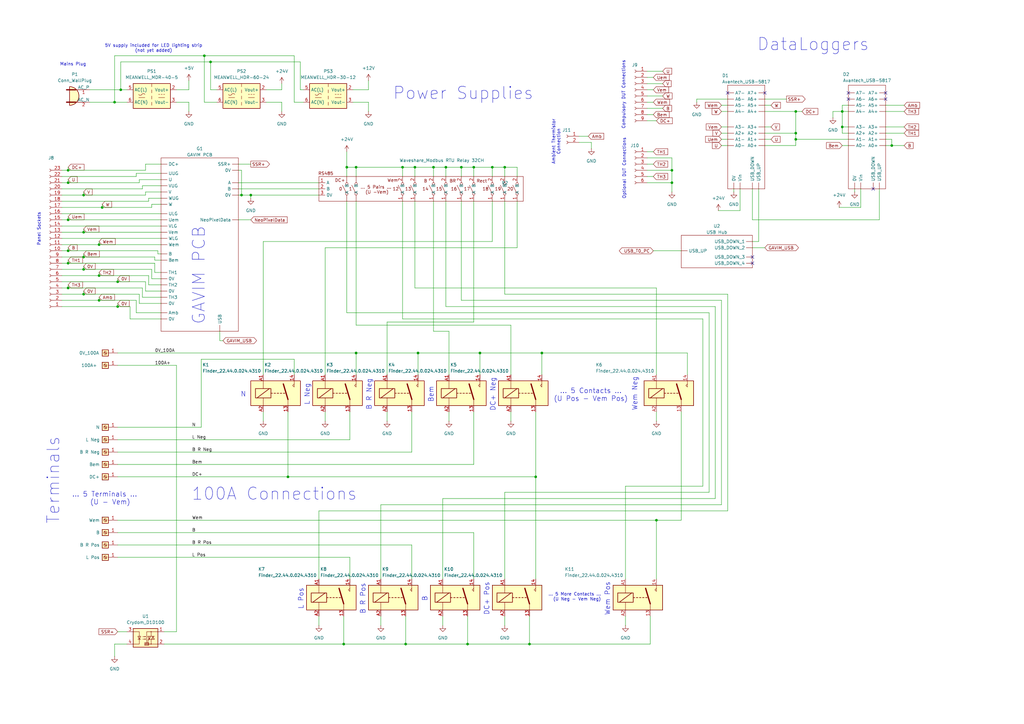
<source format=kicad_sch>
(kicad_sch (version 20231120) (generator "eeschema") (generator_version "8.0")
  (paper "A3")
  (title_block (title "GAVIM Panel ") (date "2024-09-20") (rev "00.00") (company "Nidec Drives"))
  (junction (at 40.64 100.33))
  (junction (at 83.82 22.86))
  (junction (at 217.17 264.16))
  (junction (at 222.25 144.78))
  (junction (at 177.8 68.58))
  (junction (at 49.53 36.83))
  (junction (at 326.39 57.15))
  (junction (at 27.94 74.93))
  (junction (at 48.26 115.57))
  (junction (at 201.93 68.58))
  (junction (at 34.29 105.41))
  (junction (at 34.29 120.65))
  (junction (at 170.18 68.58))
  (junction (at 275.59 69.85))
  (junction (at 27.94 69.85))
  (junction (at 86.36 25.4))
  (junction (at 345.44 52.07))
  (junction (at 146.05 144.78))
  (junction (at 41.91 85.09))
  (junction (at 34.29 110.49))
  (junction (at 140.97 264.16))
  (junction (at 34.29 80.01))
  (junction (at 40.64 123.19))
  (junction (at 142.24 68.58))
  (junction (at 189.23 68.58))
  (junction (at 46.99 41.91))
  (junction (at 165.1 68.58))
  (junction (at 191.77 264.16))
  (junction (at 40.64 113.03))
  (junction (at 166.37 264.16))
  (junction (at 326.39 54.61))
  (junction (at 275.59 74.93))
  (junction (at 102.87 80.01))
  (junction (at 196.85 144.78))
  (junction (at 118.11 195.58))
  (junction (at 34.29 95.25))
  (junction (at 27.94 107.95))
  (junction (at 27.94 118.11))
  (junction (at 326.39 45.72))
  (junction (at 345.44 45.72))
  (junction (at 146.05 68.58))
  (junction (at 194.31 68.58))
  (junction (at 182.88 68.58))
  (junction (at 27.94 90.17))
  (junction (at 207.01 68.58))
  (junction (at 269.24 213.36))
  (junction (at 48.26 125.73))
  (junction (at 365.76 59.69))
  (junction (at 27.94 102.87))
  (junction (at 219.71 195.58))
  (junction (at 99.06 80.01))
  (junction (at 171.45 144.78))
  (no_connect (at 308.61 105.41))
  (no_connect (at 347.98 38.1))
  (no_connect (at 313.69 38.1))
  (no_connect (at 308.61 107.95))
  (no_connect (at 298.45 38.1))
  (no_connect (at 347.98 40.64))
  (no_connect (at 358.14 77.47))
  (no_connect (at 363.22 40.64))
  (no_connect (at 363.22 38.1))
  (wire (pts (xy 242.57 60.96) (xy 242.57 58.42)))
  (wire (pts (xy 109.22 36.83) (xy 115.57 36.83)))
  (wire (pts (xy 25.4 120.65) (xy 34.29 120.65)))
  (wire (pts (xy 144.78 36.83) (xy 151.13 36.83)))
  (wire (pts (xy 25.4 90.17) (xy 27.94 90.17)))
  (wire (pts (xy 55.88 72.39) (xy 55.88 71.12)))
  (wire (pts (xy 120.65 41.91) (xy 120.65 22.86)))
  (wire (pts (xy 63.5 106.68) (xy 66.04 106.68)))
  (wire (pts (xy 300.99 77.47) (xy 300.99 78.74)))
  (wire (pts (xy 170.18 68.58) (xy 177.8 68.58)))
  (wire (pts (xy 194.31 132.08) (xy 194.31 82.55)))
  (wire (pts (xy 25.4 92.71) (xy 66.04 92.71)))
  (wire (pts (xy 170.18 118.11) (xy 170.18 82.55)))
  (wire (pts (xy 124.46 41.91) (xy 120.65 41.91)))
  (wire (pts (xy 120.65 147.32) (xy 82.55 147.32)))
  (wire (pts (xy 25.4 110.49) (xy 34.29 110.49)))
  (wire (pts (xy 295.91 43.18) (xy 298.45 43.18)))
  (wire (pts (xy 60.96 82.55) (xy 60.96 81.28)))
  (wire (pts (xy 158.75 132.08) (xy 194.31 132.08)))
  (wire (pts (xy 194.31 237.49) (xy 194.31 218.44)))
  (wire (pts (xy 265.43 67.31) (xy 267.97 67.31)))
  (wire (pts (xy 201.93 68.58) (xy 207.01 68.58)))
  (wire (pts (xy 165.1 130.81) (xy 165.1 82.55)))
  (wire (pts (xy 86.36 36.83) (xy 88.9 36.83)))
  (wire (pts (xy 182.88 68.58) (xy 189.23 68.58)))
  (wire (pts (xy 209.55 133.35) (xy 209.55 153.67)))
  (wire (pts (xy 308.61 90.17) (xy 308.61 77.47)))
  (wire (pts (xy 62.23 114.3) (xy 66.04 114.3)))
  (wire (pts (xy 194.31 68.58) (xy 201.93 68.58)))
  (wire (pts (xy 265.43 36.83) (xy 267.97 36.83)))
  (wire (pts (xy 66.04 111.76) (xy 63.5 111.76)))
  (wire (pts (xy 58.42 121.92) (xy 58.42 118.11)))
  (wire (pts (xy 55.88 71.12) (xy 66.04 71.12)))
  (wire (pts (xy 25.4 72.39) (xy 55.88 72.39)))
  (wire (pts (xy 265.43 49.53) (xy 269.24 49.53)))
  (wire (pts (xy 77.47 41.91) (xy 72.39 41.91)))
  (wire (pts (xy 34.29 80.01) (xy 59.69 80.01)))
  (wire (pts (xy 57.15 73.66) (xy 66.04 73.66)))
  (wire (pts (xy 189.23 68.58) (xy 194.31 68.58)))
  (wire (pts (xy 341.63 45.72) (xy 345.44 45.72)))
  (wire (pts (xy 322.58 40.64) (xy 313.69 40.64)))
  (wire (pts (xy 27.94 88.9) (xy 27.94 90.17)))
  (wire (pts (xy 115.57 45.72) (xy 115.57 41.91)))
  (wire (pts (xy 265.43 69.85) (xy 275.59 69.85)))
  (wire (pts (xy 182.88 68.58) (xy 182.88 72.39)))
  (wire (pts (xy 66.04 119.38) (xy 59.69 119.38)))
  (wire (pts (xy 256.54 252.73) (xy 256.54 256.54)))
  (wire (pts (xy 170.18 68.58) (xy 170.18 72.39)))
  (wire (pts (xy 344.17 85.09) (xy 353.06 85.09)))
  (wire (pts (xy 143.51 228.6) (xy 48.26 228.6)))
  (wire (pts (xy 168.91 185.42) (xy 48.26 185.42)))
  (wire (pts (xy 151.13 41.91) (xy 144.78 41.91)))
  (wire (pts (xy 363.22 59.69) (xy 365.76 59.69)))
  (wire (pts (xy 219.71 237.49) (xy 219.71 195.58)))
  (wire (pts (xy 347.98 45.72) (xy 345.44 45.72)))
  (wire (pts (xy 269.24 213.36) (xy 269.24 237.49)))
  (wire (pts (xy 27.94 107.95) (xy 25.4 107.95)))
  (wire (pts (xy 58.42 76.2) (xy 66.04 76.2)))
  (wire (pts (xy 130.81 209.55) (xy 298.45 209.55)))
  (wire (pts (xy 184.15 135.89) (xy 184.15 153.67)))
  (wire (pts (xy 242.57 58.42) (xy 237.49 58.42)))
  (wire (pts (xy 285.75 40.64) (xy 298.45 40.64)))
  (wire (pts (xy 66.04 121.92) (xy 58.42 121.92)))
  (wire (pts (xy 279.4 213.36) (xy 269.24 213.36)))
  (wire (pts (xy 27.94 74.93) (xy 57.15 74.93)))
  (wire (pts (xy 25.4 115.57) (xy 48.26 115.57)))
  (wire (pts (xy 53.34 130.81) (xy 53.34 125.73)))
  (wire (pts (xy 295.91 52.07) (xy 298.45 52.07)))
  (wire (pts (xy 97.79 67.31) (xy 102.87 67.31)))
  (wire (pts (xy 91.44 139.7) (xy 90.17 139.7)))
  (wire (pts (xy 207.01 201.93) (xy 290.83 201.93)))
  (wire (pts (xy 295.91 45.72) (xy 298.45 45.72)))
  (wire (pts (xy 290.83 201.93) (xy 290.83 128.27)))
  (wire (pts (xy 275.59 69.85) (xy 275.59 64.77)))
  (wire (pts (xy 62.23 110.49) (xy 62.23 114.3)))
  (wire (pts (xy 237.49 55.88) (xy 241.3 55.88)))
  (wire (pts (xy 313.69 45.72) (xy 326.39 45.72)))
  (wire (pts (xy 217.17 264.16) (xy 266.7 264.16)))
  (wire (pts (xy 34.29 95.25) (xy 66.04 95.25)))
  (wire (pts (xy 77.47 36.83) (xy 72.39 36.83)))
  (wire (pts (xy 166.37 252.73) (xy 166.37 264.16)))
  (wire (pts (xy 181.61 252.73) (xy 181.61 256.54)))
  (wire (pts (xy 326.39 45.72) (xy 326.39 54.61)))
  (wire (pts (xy 313.69 43.18) (xy 316.23 43.18)))
  (wire (pts (xy 97.79 69.85) (xy 99.06 69.85)))
  (wire (pts (xy 27.94 90.17) (xy 66.04 90.17)))
  (wire (pts (xy 209.55 168.91) (xy 209.55 172.72)))
  (wire (pts (xy 25.4 118.11) (xy 27.94 118.11)))
  (wire (pts (xy 34.29 93.98) (xy 34.29 95.25)))
  (wire (pts (xy 63.5 105.41) (xy 63.5 106.68)))
  (wire (pts (xy 265.43 74.93) (xy 275.59 74.93)))
  (wire (pts (xy 345.44 45.72) (xy 345.44 52.07)))
  (wire (pts (xy 52.07 41.91) (xy 46.99 41.91)))
  (wire (pts (xy 363.22 57.15) (xy 365.76 57.15)))
  (wire (pts (xy 102.87 80.01) (xy 130.81 80.01)))
  (wire (pts (xy 266.7 264.16) (xy 266.7 252.73)))
  (wire (pts (xy 58.42 77.47) (xy 58.42 76.2)))
  (wire (pts (xy 102.87 90.17) (xy 97.79 90.17)))
  (wire (pts (xy 34.29 119.38) (xy 34.29 120.65)))
  (wire (pts (xy 308.61 101.6) (xy 313.69 101.6)))
  (wire (pts (xy 275.59 74.93) (xy 275.59 69.85)))
  (wire (pts (xy 27.94 69.85) (xy 59.69 69.85)))
  (wire (pts (xy 184.15 168.91) (xy 184.15 172.72)))
  (wire (pts (xy 25.4 123.19) (xy 40.64 123.19)))
  (wire (pts (xy 40.64 100.33) (xy 66.04 100.33)))
  (wire (pts (xy 34.29 105.41) (xy 63.5 105.41)))
  (wire (pts (xy 293.37 204.47) (xy 293.37 125.73)))
  (wire (pts (xy 156.21 207.01) (xy 295.91 207.01)))
  (wire (pts (xy 177.8 68.58) (xy 182.88 68.58)))
  (wire (pts (xy 62.23 83.82) (xy 66.04 83.82)))
  (wire (pts (xy 53.34 130.81) (xy 66.04 130.81)))
  (wire (pts (xy 142.24 62.23) (xy 142.24 68.58)))
  (wire (pts (xy 294.64 86.36) (xy 303.53 86.36)))
  (wire (pts (xy 90.17 139.7) (xy 90.17 135.89)))
  (wire (pts (xy 27.94 102.87) (xy 25.4 102.87)))
  (wire (pts (xy 365.76 59.69) (xy 370.84 59.69)))
  (wire (pts (xy 269.24 168.91) (xy 269.24 172.72)))
  (wire (pts (xy 77.47 45.72) (xy 77.47 41.91)))
  (wire (pts (xy 265.43 34.29) (xy 271.78 34.29)))
  (wire (pts (xy 25.4 97.79) (xy 66.04 97.79)))
  (wire (pts (xy 181.61 237.49) (xy 181.61 204.47)))
  (wire (pts (xy 353.06 85.09) (xy 353.06 77.47)))
  (wire (pts (xy 82.55 175.26) (xy 48.26 175.26)))
  (wire (pts (xy 363.22 54.61) (xy 370.84 54.61)))
  (wire (pts (xy 40.64 111.76) (xy 40.64 113.03)))
  (wire (pts (xy 83.82 22.86) (xy 120.65 22.86)))
  (wire (pts (xy 201.93 99.06) (xy 201.93 82.55)))
  (wire (pts (xy 25.4 69.85) (xy 27.94 69.85)))
  (wire (pts (xy 49.53 25.4) (xy 86.36 25.4)))
  (wire (pts (xy 86.36 25.4) (xy 86.36 36.83)))
  (wire (pts (xy 165.1 68.58) (xy 170.18 68.58)))
  (wire (pts (xy 313.69 54.61) (xy 326.39 54.61)))
  (wire (pts (xy 27.94 118.11) (xy 58.42 118.11)))
  (wire (pts (xy 295.91 57.15) (xy 298.45 57.15)))
  (wire (pts (xy 142.24 82.55) (xy 142.24 128.27)))
  (wire (pts (xy 269.24 118.11) (xy 170.18 118.11)))
  (wire (pts (xy 46.99 22.86) (xy 83.82 22.86)))
  (wire (pts (xy 146.05 68.58) (xy 142.24 68.58)))
  (wire (pts (xy 97.79 77.47) (xy 130.81 77.47)))
  (wire (pts (xy 146.05 153.67) (xy 146.05 144.78)))
  (wire (pts (xy 118.11 168.91) (xy 118.11 195.58)))
  (wire (pts (xy 207.01 237.49) (xy 207.01 201.93)))
  (wire (pts (xy 46.99 41.91) (xy 46.99 22.86)))
  (wire (pts (xy 279.4 168.91) (xy 279.4 213.36)))
  (wire (pts (xy 59.69 78.74) (xy 66.04 78.74)))
  (wire (pts (xy 142.24 72.39) (xy 142.24 68.58)))
  (wire (pts (xy 59.69 69.85) (xy 59.69 67.31)))
  (wire (pts (xy 124.46 36.83) (xy 123.19 36.83)))
  (wire (pts (xy 123.19 36.83) (xy 123.19 25.4)))
  (wire (pts (xy 201.93 68.58) (xy 201.93 72.39)))
  (wire (pts (xy 107.95 99.06) (xy 107.95 153.67)))
  (wire (pts (xy 191.77 264.16) (xy 217.17 264.16)))
  (wire (pts (xy 72.39 149.86) (xy 72.39 259.08)))
  (wire (pts (xy 265.43 39.37) (xy 271.78 39.37)))
  (wire (pts (xy 209.55 133.35) (xy 146.05 133.35)))
  (wire (pts (xy 97.79 74.93) (xy 130.81 74.93)))
  (wire (pts (xy 34.29 104.14) (xy 34.29 105.41)))
  (wire (pts (xy 288.29 130.81) (xy 165.1 130.81)))
  (wire (pts (xy 107.95 168.91) (xy 107.95 172.72)))
  (wire (pts (xy 25.4 113.03) (xy 40.64 113.03)))
  (wire (pts (xy 48.26 190.5) (xy 194.31 190.5)))
  (wire (pts (xy 52.07 36.83) (xy 49.53 36.83)))
  (wire (pts (xy 345.44 45.72) (xy 345.44 43.18)))
  (wire (pts (xy 67.31 264.16) (xy 140.97 264.16)))
  (wire (pts (xy 40.64 123.19) (xy 55.88 123.19)))
  (wire (pts (xy 146.05 133.35) (xy 146.05 82.55)))
  (wire (pts (xy 256.54 199.39) (xy 256.54 237.49)))
  (wire (pts (xy 34.29 109.22) (xy 34.29 110.49)))
  (wire (pts (xy 168.91 168.91) (xy 168.91 185.42)))
  (wire (pts (xy 345.44 52.07) (xy 345.44 54.61)))
  (wire (pts (xy 146.05 68.58) (xy 165.1 68.58)))
  (wire (pts (xy 168.91 237.49) (xy 168.91 223.52)))
  (wire (pts (xy 48.26 115.57) (xy 59.69 115.57)))
  (wire (pts (xy 207.01 252.73) (xy 207.01 256.54)))
  (wire (pts (xy 303.53 77.47) (xy 303.53 86.36)))
  (wire (pts (xy 196.85 153.67) (xy 196.85 144.78)))
  (wire (pts (xy 60.96 81.28) (xy 66.04 81.28)))
  (wire (pts (xy 130.81 252.73) (xy 130.81 256.54)))
  (wire (pts (xy 49.53 25.4) (xy 49.53 36.83)))
  (wire (pts (xy 151.13 36.83) (xy 151.13 33.02)))
  (wire (pts (xy 55.88 128.27) (xy 66.04 128.27)))
  (wire (pts (xy 347.98 54.61) (xy 345.44 54.61)))
  (wire (pts (xy 25.4 95.25) (xy 34.29 95.25)))
  (wire (pts (xy 66.04 104.14) (xy 64.77 104.14)))
  (wire (pts (xy 123.19 25.4) (xy 86.36 25.4)))
  (wire (pts (xy 311.15 77.47) (xy 311.15 99.06)))
  (wire (pts (xy 341.63 48.26) (xy 341.63 45.72)))
  (wire (pts (xy 347.98 43.18) (xy 345.44 43.18)))
  (wire (pts (xy 212.09 101.6) (xy 212.09 82.55)))
  (wire (pts (xy 115.57 41.91) (xy 109.22 41.91)))
  (wire (pts (xy 265.43 41.91) (xy 267.97 41.91)))
  (wire (pts (xy 265.43 62.23) (xy 267.97 62.23)))
  (wire (pts (xy 40.64 121.92) (xy 40.64 123.19)))
  (wire (pts (xy 288.29 199.39) (xy 288.29 130.81)))
  (wire (pts (xy 326.39 57.15) (xy 347.98 57.15)))
  (wire (pts (xy 311.15 99.06) (xy 308.61 99.06)))
  (wire (pts (xy 34.29 120.65) (xy 57.15 120.65)))
  (wire (pts (xy 66.04 116.84) (xy 60.96 116.84)))
  (wire (pts (xy 133.35 101.6) (xy 212.09 101.6)))
  (wire (pts (xy 130.81 237.49) (xy 130.81 209.55)))
  (wire (pts (xy 27.94 73.66) (xy 27.94 74.93)))
  (wire (pts (xy 25.4 100.33) (xy 40.64 100.33)))
  (wire (pts (xy 275.59 64.77) (xy 265.43 64.77)))
  (wire (pts (xy 41.91 85.09) (xy 62.23 85.09)))
  (wire (pts (xy 177.8 82.55) (xy 177.8 135.89)))
  (wire (pts (xy 40.64 113.03) (xy 60.96 113.03)))
  (wire (pts (xy 182.88 125.73) (xy 182.88 82.55)))
  (wire (pts (xy 36.83 41.91) (xy 46.99 41.91)))
  (wire (pts (xy 165.1 68.58) (xy 165.1 72.39)))
  (wire (pts (xy 46.99 269.24) (xy 46.99 264.16)))
  (wire (pts (xy 217.17 252.73) (xy 217.17 264.16)))
  (wire (pts (xy 189.23 68.58) (xy 189.23 72.39)))
  (wire (pts (xy 25.4 105.41) (xy 34.29 105.41)))
  (wire (pts (xy 36.83 36.83) (xy 49.53 36.83)))
  (wire (pts (xy 326.39 54.61) (xy 326.39 57.15)))
  (wire (pts (xy 316.23 57.15) (xy 313.69 57.15)))
  (wire (pts (xy 171.45 144.78) (xy 146.05 144.78)))
  (wire (pts (xy 295.91 207.01) (xy 295.91 123.19)))
  (wire (pts (xy 48.26 125.73) (xy 53.34 125.73)))
  (wire (pts (xy 82.55 147.32) (xy 82.55 175.26)))
  (wire (pts (xy 316.23 52.07) (xy 313.69 52.07)))
  (wire (pts (xy 60.96 116.84) (xy 60.96 113.03)))
  (wire (pts (xy 72.39 259.08) (xy 67.31 259.08)))
  (wire (pts (xy 143.51 168.91) (xy 143.51 180.34)))
  (wire (pts (xy 48.26 149.86) (xy 72.39 149.86)))
  (wire (pts (xy 34.29 78.74) (xy 34.29 80.01)))
  (wire (pts (xy 64.77 104.14) (xy 64.77 102.87)))
  (wire (pts (xy 363.22 52.07) (xy 370.84 52.07)))
  (wire (pts (xy 181.61 204.47) (xy 293.37 204.47)))
  (wire (pts (xy 143.51 180.34) (xy 48.26 180.34)))
  (wire (pts (xy 290.83 128.27) (xy 142.24 128.27)))
  (wire (pts (xy 27.94 107.95) (xy 63.5 107.95)))
  (wire (pts (xy 298.45 120.65) (xy 207.01 120.65)))
  (wire (pts (xy 25.4 74.93) (xy 27.94 74.93)))
  (wire (pts (xy 140.97 252.73) (xy 140.97 264.16)))
  (wire (pts (xy 99.06 80.01) (xy 102.87 80.01)))
  (wire (pts (xy 298.45 209.55) (xy 298.45 120.65)))
  (wire (pts (xy 27.94 68.58) (xy 27.94 69.85)))
  (wire (pts (xy 158.75 168.91) (xy 158.75 172.72)))
  (wire (pts (xy 222.25 153.67) (xy 222.25 144.78)))
  (wire (pts (xy 293.37 125.73) (xy 182.88 125.73)))
  (wire (pts (xy 99.06 69.85) (xy 99.06 80.01)))
  (wire (pts (xy 118.11 195.58) (xy 48.26 195.58)))
  (wire (pts (xy 151.13 45.72) (xy 151.13 41.91)))
  (wire (pts (xy 212.09 68.58) (xy 212.09 72.39)))
  (wire (pts (xy 363.22 43.18) (xy 370.84 43.18)))
  (wire (pts (xy 191.77 252.73) (xy 191.77 264.16)))
  (wire (pts (xy 83.82 41.91) (xy 88.9 41.91)))
  (wire (pts (xy 27.94 101.6) (xy 27.94 102.87)))
  (wire (pts (xy 177.8 135.89) (xy 184.15 135.89)))
  (wire (pts (xy 25.4 77.47) (xy 58.42 77.47)))
  (wire (pts (xy 363.22 45.72) (xy 370.84 45.72)))
  (wire (pts (xy 194.31 168.91) (xy 194.31 190.5)))
  (wire (pts (xy 120.65 153.67) (xy 120.65 147.32)))
  (wire (pts (xy 140.97 264.16) (xy 166.37 264.16)))
  (wire (pts (xy 48.26 124.46) (xy 48.26 125.73)))
  (wire (pts (xy 107.95 99.06) (xy 201.93 99.06)))
  (wire (pts (xy 265.43 46.99) (xy 267.97 46.99)))
  (wire (pts (xy 25.4 85.09) (xy 41.91 85.09)))
  (wire (pts (xy 25.4 125.73) (xy 48.26 125.73)))
  (wire (pts (xy 207.01 68.58) (xy 207.01 72.39)))
  (wire (pts (xy 133.35 168.91) (xy 133.35 172.72)))
  (wire (pts (xy 194.31 68.58) (xy 194.31 72.39)))
  (wire (pts (xy 360.68 90.17) (xy 308.61 90.17)))
  (wire (pts (xy 115.57 36.83) (xy 115.57 34.29)))
  (wire (pts (xy 83.82 22.86) (xy 83.82 41.91)))
  (wire (pts (xy 295.91 59.69) (xy 298.45 59.69)))
  (wire (pts (xy 46.99 264.16) (xy 52.07 264.16)))
  (wire (pts (xy 48.26 114.3) (xy 48.26 115.57)))
  (wire (pts (xy 97.79 80.01) (xy 99.06 80.01)))
  (wire (pts (xy 295.91 54.61) (xy 298.45 54.61)))
  (wire (pts (xy 219.71 195.58) (xy 219.71 168.91)))
  (wire (pts (xy 269.24 118.11) (xy 269.24 153.67)))
  (wire (pts (xy 118.11 195.58) (xy 219.71 195.58)))
  (wire (pts (xy 25.4 82.55) (xy 60.96 82.55)))
  (wire (pts (xy 156.21 237.49) (xy 156.21 207.01)))
  (wire (pts (xy 267.97 102.87) (xy 279.4 102.87)))
  (wire (pts (xy 156.21 252.73) (xy 156.21 256.54)))
  (wire (pts (xy 265.43 72.39) (xy 267.97 72.39)))
  (wire (pts (xy 189.23 123.19) (xy 189.23 82.55)))
  (wire (pts (xy 27.94 106.68) (xy 27.94 107.95)))
  (wire (pts (xy 222.25 144.78) (xy 196.85 144.78)))
  (wire (pts (xy 27.94 116.84) (xy 27.94 118.11)))
  (wire (pts (xy 347.98 52.07) (xy 345.44 52.07)))
  (wire (pts (xy 41.91 83.82) (xy 41.91 85.09)))
  (wire (pts (xy 326.39 59.69) (xy 313.69 59.69)))
  (wire (pts (xy 66.04 124.46) (xy 57.15 124.46)))
  (wire (pts (xy 25.4 87.63) (xy 66.04 87.63)))
  (wire (pts (xy 177.8 68.58) (xy 177.8 72.39)))
  (wire (pts (xy 171.45 144.78) (xy 196.85 144.78)))
  (wire (pts (xy 55.88 123.19) (xy 55.88 128.27)))
  (wire (pts (xy 133.35 101.6) (xy 133.35 153.67)))
  (wire (pts (xy 295.91 123.19) (xy 189.23 123.19)))
  (wire (pts (xy 222.25 144.78) (xy 281.94 144.78)))
  (wire (pts (xy 194.31 218.44) (xy 48.26 218.44)))
  (wire (pts (xy 256.54 199.39) (xy 288.29 199.39)))
  (wire (pts (xy 365.76 57.15) (xy 365.76 59.69)))
  (wire (pts (xy 25.4 80.01) (xy 34.29 80.01)))
  (wire (pts (xy 48.26 144.78) (xy 146.05 144.78)))
  (wire (pts (xy 40.64 99.06) (xy 40.64 100.33)))
  (wire (pts (xy 34.29 110.49) (xy 62.23 110.49)))
  (wire (pts (xy 207.01 68.58) (xy 212.09 68.58)))
  (wire (pts (xy 281.94 153.67) (xy 281.94 144.78)))
  (wire (pts (xy 143.51 237.49) (xy 143.51 228.6)))
  (wire (pts (xy 168.91 223.52) (xy 48.26 223.52)))
  (wire (pts (xy 207.01 120.65) (xy 207.01 82.55)))
  (wire (pts (xy 102.87 80.01) (xy 102.87 81.28)))
  (wire (pts (xy 171.45 153.67) (xy 171.45 144.78)))
  (wire (pts (xy 48.26 259.08) (xy 52.07 259.08)))
  (wire (pts (xy 350.52 77.47) (xy 350.52 78.74)))
  (wire (pts (xy 146.05 72.39) (xy 146.05 68.58)))
  (wire (pts (xy 166.37 264.16) (xy 191.77 264.16)))
  (wire (pts (xy 360.68 90.17) (xy 360.68 77.47)))
  (wire (pts (xy 59.69 80.01) (xy 59.69 78.74)))
  (wire (pts (xy 158.75 132.08) (xy 158.75 153.67)))
  (wire (pts (xy 77.47 33.02) (xy 77.47 36.83)))
  (wire (pts (xy 328.93 45.72) (xy 326.39 45.72)))
  (wire (pts (xy 27.94 102.87) (xy 64.77 102.87)))
  (wire (pts (xy 326.39 57.15) (xy 326.39 59.69)))
  (wire (pts (xy 57.15 74.93) (xy 57.15 73.66)))
  (wire (pts (xy 57.15 124.46) (xy 57.15 120.65)))
  (wire (pts (xy 285.75 41.91) (xy 285.75 40.64)))
  (wire (pts (xy 271.78 29.21) (xy 265.43 29.21)))
  (wire (pts (xy 59.69 119.38) (xy 59.69 115.57)))
  (wire (pts (xy 59.69 67.31) (xy 66.04 67.31)))
  (wire (pts (xy 269.24 213.36) (xy 48.26 213.36)))
  (wire (pts (xy 62.23 85.09) (xy 62.23 83.82)))
  (wire (pts (xy 265.43 31.75) (xy 267.97 31.75)))
  (wire (pts (xy 275.59 74.93) (xy 275.59 78.74)))
  (wire (pts (xy 345.44 59.69) (xy 347.98 59.69)))
  (wire (pts (xy 63.5 111.76) (xy 63.5 107.95)))
  (wire (pts (xy 265.43 44.45) (xy 271.78 44.45)))
  (text "GAVIM PCB" (at 81.534 113.03 90) (effects (font (size 5 5))))
  (text "DC+ Neg" (at 202.184 161.798 90) (effects (font (size 2 2))))
  (text "... 5 More Contacts ...\n  (U Neg - Vem Neg)" (at 235.712 244.856 0) (effects (font (size 1.27 1.27))))
  (text "B R Pos" (at 148.844 245.618 90) (effects (font (size 2 2))))
  (text "Compulsory DUT Connections" (at 255.778 38.862 90) (effects (font (size 1.27 1.27))))
  (text "N" (at 99.822 161.798 0) (effects (font (size 2 2))))
  (text "Wem Pos" (at 249.174 245.618 90) (effects (font (size 2 2))))
  (text "Mains Plug" (at 29.972 26.416 0) (effects (font (size 1.27 1.27))))
  (text "Ambient Thermistor\nConnection" (at 228.092 58.166 90) (effects (font (size 1.27 1.27))))
  (text "... 5 Terminals ...\n   (U - Vem)" (at 42.926 204.47 0) (effects (font (size 2 2))))
  (text "DataLoggers" (at 333.502 18.288 0) (effects (font (size 5 5))))
  (text "100A Connections" (at 112.522 202.692 0) (effects (font (size 5 5))))
  (text "Panel Sockets" (at 16.002 93.98 90) (effects (font (size 1.27 1.27))))
  (text "DC+ Pos" (at 199.644 245.618 90) (effects (font (size 2 2))))
  (text "L Neg" (at 125.984 161.798 90) (effects (font (size 2 2))))
  (text "Optional DUT Connections" (at 256.032 69.088 90) (effects (font (size 1.27 1.27))))
  (text "L Pos" (at 123.444 245.618 90) (effects (font (size 2 2))))
  (text "5V supply included for LED lighting strip\n(not yet added)" (at 62.992 19.812 0) (effects (font (size 1.27 1.27))))
  (text "B R Neg" (at 151.384 161.798 90) (effects (font (size 2 2))))
  (text "B" (at 174.244 245.618 90) (effects (font (size 2 2))))
  (text "Power Supplies" (at 189.992 38.354 0) (effects (font (size 5 5))))
  (text "Wem Neg" (at 260.35 161.544 90) (effects (font (size 2 2))))
  (text "... 5 Contacts ...\n(U Pos - Vem Pos)" (at 242.316 162.052 0) (effects (font (size 2 2))))
  (text "Bem" (at 176.784 161.798 90) (effects (font (size 2 2))))
  (text "Terminals" (at 21.844 197.104 90) (effects (font (size 5 5))))
  (label "B" (at 78.74 218.44 0))
  (label "100A+" (at 63.5 149.86 0))
  (label "N" (at 78.74 175.26 0))
  (label "Wem" (at 78.74 213.36 0))
  (label "0V_100A" (at 63.5 144.78 0))
  (label "DC+" (at 78.74 195.58 0))
  (label "L Pos" (at 78.74 228.6 0))
  (label "B R Pos" (at 78.74 223.52 0))
  (label "B R Neg" (at 78.74 185.42 0))
  (label "Bem" (at 78.74 190.5 0))
  (label "L Neg" (at 78.74 180.34 0))
  (global_label "V" (shape input) (at 316.23 52.07 0) (property "Intersheetrefs" "${INTERSHEET_REFS}" (effects (hide yes))))
  (global_label "DC+" (shape input) (at 27.94 68.58 0) (property "Intersheetrefs" "${INTERSHEET_REFS}" (effects (hide yes))))
  (global_label "SSR+" (shape output) (at 102.87 67.31 0) (property "Intersheetrefs" "${INTERSHEET_REFS}" (effects (hide yes))))
  (global_label "Uem" (shape input) (at 267.97 31.75 0) (property "Intersheetrefs" "${INTERSHEET_REFS}" (effects (hide yes))))
  (global_label "Wem" (shape input) (at 40.64 99.06 0) (property "Intersheetrefs" "${INTERSHEET_REFS}" (effects (hide yes))))
  (global_label "USB_T0_PC" (shape bidirectional) (at 267.97 102.87 180) (property "Intersheetrefs" "${INTERSHEET_REFS}" (effects (hide yes))))
  (global_label "0V" (shape input) (at 48.26 124.46 0) (property "Intersheetrefs" "${INTERSHEET_REFS}" (effects (hide yes))))
  (global_label "0V" (shape input) (at 48.26 114.3 0) (property "Intersheetrefs" "${INTERSHEET_REFS}" (effects (hide yes))))
  (global_label "Amb" (shape input) (at 370.84 43.18 0) (property "Intersheetrefs" "${INTERSHEET_REFS}" (effects (hide yes))))
  (global_label "V" (shape input) (at 34.29 78.74 0) (property "Intersheetrefs" "${INTERSHEET_REFS}" (effects (hide yes))))
  (global_label "U" (shape input) (at 27.94 73.66 0) (property "Intersheetrefs" "${INTERSHEET_REFS}" (effects (hide yes))))
  (global_label "W" (shape input) (at 41.91 83.82 0) (property "Intersheetrefs" "${INTERSHEET_REFS}" (effects (hide yes))))
  (global_label "Wem" (shape input) (at 267.97 41.91 0) (property "Intersheetrefs" "${INTERSHEET_REFS}" (effects (hide yes))))
  (global_label "U" (shape input) (at 316.23 57.15 0) (property "Intersheetrefs" "${INTERSHEET_REFS}" (effects (hide yes))))
  (global_label "DC+" (shape input) (at 269.24 49.53 0) (property "Intersheetrefs" "${INTERSHEET_REFS}" (effects (hide yes))))
  (global_label "Wem" (shape input) (at 295.91 43.18 180) (property "Intersheetrefs" "${INTERSHEET_REFS}" (effects (hide yes))))
  (global_label "Bem" (shape input) (at 267.97 46.99 0) (property "Intersheetrefs" "${INTERSHEET_REFS}" (effects (hide yes))))
  (global_label "W" (shape input) (at 316.23 43.18 0) (property "Intersheetrefs" "${INTERSHEET_REFS}" (effects (hide yes))))
  (global_label "TH2" (shape input) (at 40.64 111.76 0) (property "Intersheetrefs" "${INTERSHEET_REFS}" (effects (hide yes))))
  (global_label "B" (shape input) (at 370.84 59.69 0) (property "Intersheetrefs" "${INTERSHEET_REFS}" (effects (hide yes))))
  (global_label "W" (shape input) (at 295.91 45.72 180) (property "Intersheetrefs" "${INTERSHEET_REFS}" (effects (hide yes))))
  (global_label "GAVIM_USB" (shape bidirectional) (at 313.69 101.6 0) (property "Intersheetrefs" "${INTERSHEET_REFS}" (effects (hide yes))))
  (global_label "NeoPixelData" (shape input) (at 102.87 90.17 0) (property "Intersheetrefs" "${INTERSHEET_REFS}" (effects (hide yes))))
  (global_label "Vem" (shape input) (at 267.97 36.83 0) (property "Intersheetrefs" "${INTERSHEET_REFS}" (effects (hide yes))))
  (global_label "TH1" (shape input) (at 370.84 54.61 0) (property "Intersheetrefs" "${INTERSHEET_REFS}" (effects (hide yes))))
  (global_label "GAVIM_USB" (shape bidirectional) (at 91.44 139.7 0) (property "Intersheetrefs" "${INTERSHEET_REFS}" (effects (hide yes))))
  (global_label "Bem" (shape input) (at 345.44 59.69 180) (property "Intersheetrefs" "${INTERSHEET_REFS}" (effects (hide yes))))
  (global_label "Amb" (shape input) (at 241.3 55.88 0) (property "Intersheetrefs" "${INTERSHEET_REFS}" (effects (hide yes))))
  (global_label "Amb" (shape input) (at 40.64 121.92 0) (property "Intersheetrefs" "${INTERSHEET_REFS}" (effects (hide yes))))
  (global_label "DC+" (shape input) (at 328.93 45.72 0) (property "Intersheetrefs" "${INTERSHEET_REFS}" (effects (hide yes))))
  (global_label "U" (shape input) (at 295.91 59.69 180) (property "Intersheetrefs" "${INTERSHEET_REFS}" (effects (hide yes))))
  (global_label "TH1" (shape input) (at 267.97 62.23 0) (property "Intersheetrefs" "${INTERSHEET_REFS}" (effects (hide yes))))
  (global_label "TH3" (shape input) (at 27.94 116.84 0) (property "Intersheetrefs" "${INTERSHEET_REFS}" (effects (hide yes))))
  (global_label "TH1" (shape input) (at 27.94 106.68 0) (property "Intersheetrefs" "${INTERSHEET_REFS}" (effects (hide yes))))
  (global_label "V" (shape input) (at 271.78 34.29 0) (property "Intersheetrefs" "${INTERSHEET_REFS}" (effects (hide yes))))
  (global_label "0V" (shape input) (at 34.29 119.38 0) (property "Intersheetrefs" "${INTERSHEET_REFS}" (effects (hide yes))))
  (global_label "0V" (shape input) (at 34.29 109.22 0) (property "Intersheetrefs" "${INTERSHEET_REFS}" (effects (hide yes))))
  (global_label "SSR+" (shape input) (at 48.26 259.08 180) (property "Intersheetrefs" "${INTERSHEET_REFS}" (effects (hide yes))))
  (global_label "TH3" (shape input) (at 370.84 45.72 0) (property "Intersheetrefs" "${INTERSHEET_REFS}" (effects (hide yes))))
  (global_label "Vem" (shape input) (at 295.91 52.07 180) (property "Intersheetrefs" "${INTERSHEET_REFS}" (effects (hide yes))))
  (global_label "Uem" (shape input) (at 295.91 57.15 180) (property "Intersheetrefs" "${INTERSHEET_REFS}" (effects (hide yes))))
  (global_label "Bem" (shape input) (at 34.29 104.14 0) (property "Intersheetrefs" "${INTERSHEET_REFS}" (effects (hide yes))))
  (global_label "TH2" (shape input) (at 267.97 67.31 0) (property "Intersheetrefs" "${INTERSHEET_REFS}" (effects (hide yes))))
  (global_label "U" (shape input) (at 271.78 29.21 0) (property "Intersheetrefs" "${INTERSHEET_REFS}" (effects (hide yes))))
  (global_label "SSR+" (shape output) (at 322.58 40.64 0) (property "Intersheetrefs" "${INTERSHEET_REFS}" (effects (hide yes))))
  (global_label "V" (shape input) (at 295.91 54.61 180) (property "Intersheetrefs" "${INTERSHEET_REFS}" (effects (hide yes))))
  (global_label "Vem" (shape input) (at 34.29 93.98 0) (property "Intersheetrefs" "${INTERSHEET_REFS}" (effects (hide yes))))
  (global_label "Uem" (shape input) (at 27.94 88.9 0) (property "Intersheetrefs" "${INTERSHEET_REFS}" (effects (hide yes))))
  (global_label "B" (shape input) (at 271.78 44.45 0) (property "Intersheetrefs" "${INTERSHEET_REFS}" (effects (hide yes))))
  (global_label "B" (shape input) (at 27.94 101.6 0) (property "Intersheetrefs" "${INTERSHEET_REFS}" (effects (hide yes))))
  (global_label "W" (shape input) (at 271.78 39.37 0) (property "Intersheetrefs" "${INTERSHEET_REFS}" (effects (hide yes))))
  (global_label "TH2" (shape input) (at 370.84 52.07 0) (property "Intersheetrefs" "${INTERSHEET_REFS}" (effects (hide yes))))
  (global_label "TH3" (shape input) (at 267.97 72.39 0) (property "Intersheetrefs" "${INTERSHEET_REFS}" (effects (hide yes))))
  (symbol (lib_id "power:GND") (at 300.99 78.74 0) (unit 1)
    (property "Reference" "#PWR021" (effects (hide yes)))
    (property "Value" "GND" (at 300.99 83.82 0))
    (property "Description" "Power symbol creates a global label with name \"GND\" , ground" (effects (hide yes)))
  )
  (symbol (lib_id "power:GND") (at 133.35 172.72 0) (unit 1)
    (property "Reference" "#PWR010" (effects (hide yes)))
    (property "Value" "GND" (at 133.35 177.8 0))
    (property "Description" "Power symbol creates a global label with name \"GND\" , ground" (effects (hide yes)))
  )
  (symbol (lib_id "power:GND") (at 158.75 172.72 0) (unit 1)
    (property "Reference" "#PWR011" (effects (hide yes)))
    (property "Value" "GND" (at 158.75 177.8 0))
    (property "Description" "Power symbol creates a global label with name \"GND\" , ground" (effects (hide yes)))
  )
  (symbol (lib_id "power:GND") (at 181.61 256.54 0) (unit 1)
    (property "Reference" "#PWR017" (effects (hide yes)))
    (property "Value" "GND" (at 181.61 261.62 0))
    (property "Description" "Power symbol creates a global label with name \"GND\" , ground" (effects (hide yes)))
  )
  (symbol (lib_id "power:GND") (at 207.01 256.54 0) (unit 1)
    (property "Reference" "#PWR018" (effects (hide yes)))
    (property "Value" "GND" (at 207.01 261.62 0))
    (property "Description" "Power symbol creates a global label with name \"GND\" , ground" (effects (hide yes)))
  )
  (symbol (lib_id "Connector:Screw_Terminal_01x01") (at 43.18 218.44 180) (unit 1)
    (property "Reference" "J14" (effects (hide yes)))
    (property "Value" "B" (at 40.894 218.44 0) (effects (justify left)))
    (property "Description" "Generic screw terminal, single row, 01x01, script generated (kicad-library-utils/schlib/autogen/connector/)" (effects (hide yes)))
  )
  (symbol (lib_id "Relay:Fujitsu_FTR-LYAA005x") (at 135.89 245.11 0) (unit 1)
    (property "Reference" "K7" (at 105.918 233.426 0) (effects (justify left)))
    (property "Value" "Finder_22.44.0.024.4310" (at 105.918 235.966 0) (effects (justify left)))
    (property "Datasheet" "https://docs.rs-online.com/b4bf/0900766b816d4eca.pdf" (effects (hide yes)))
    (property "Description" "Finder 22 Series Contactor, 24 V ac/dc Coil, 4-Pole, 40 A" (effects (hide yes)))
  )
  (symbol (lib_id "power:GND") (at 77.47 45.72 0) (unit 1)
    (property "Reference" "#PWR05" (effects (hide yes)))
    (property "Value" "GND" (at 77.47 50.8 0))
    (property "Description" "Power symbol creates a global label with name \"GND\" , ground" (effects (hide yes)))
  )
  (symbol (lib_id "Relay:Fujitsu_FTR-LYAA005x") (at 261.62 245.11 0) (unit 1)
    (property "Reference" "K11" (at 231.648 233.426 0) (effects (justify left)))
    (property "Value" "Finder_22.44.0.024.4310" (at 231.648 235.966 0) (effects (justify left)))
    (property "Datasheet" "https://docs.rs-online.com/b4bf/0900766b816d4eca.pdf" (effects (hide yes)))
    (property "Description" "Finder 22 Series Contactor, 24 V ac/dc Coil, 4-Pole, 40 A" (effects (hide yes)))
  )
  (symbol (lib_id "Connector:Screw_Terminal_01x01") (at 43.18 175.26 180) (unit 1)
    (property "Reference" "J3" (effects (hide yes)))
    (property "Value" "N" (at 40.894 175.26 0) (effects (justify left)))
    (property "Description" "Generic screw terminal, single row, 01x01, script generated (kicad-library-utils/schlib/autogen/connector/)" (effects (hide yes)))
  )
  (symbol (lib_id "power:GND") (at 102.87 81.28 0) (unit 1)
    (property "Reference" "#PWR08" (effects (hide yes)))
    (property "Value" "GND" (at 102.87 86.36 0))
    (property "Description" "Power symbol creates a global label with name \"GND\" , ground" (effects (hide yes)))
  )
  (symbol (lib_id "Relay:Fujitsu_FTR-LYAA005x") (at 212.09 245.11 0) (unit 1)
    (property "Reference" "K10" (at 182.118 233.426 0) (effects (justify left)))
    (property "Value" "Finder_22.44.0.024.4310" (at 182.118 235.966 0) (effects (justify left)))
    (property "Datasheet" "https://docs.rs-online.com/b4bf/0900766b816d4eca.pdf" (effects (hide yes)))
    (property "Description" "Finder 22 Series Contactor, 24 V ac/dc Coil, 4-Pole, 40 A" (effects (hide yes)))
  )
  (symbol (lib_id "Connector:Conn_01x09_Socket") (at 260.35 39.37 0) (mirror y) (unit 1)
    (property "Reference" "J9" (at 260.35 26.67 0))
    (property "Value" "Conn_01x09_Socket" (effects (hide yes)))
    (property "Description" "Generic connector, single row, 01x09, script generated" (effects (hide yes)))
  )
  (symbol (lib_id "power:+24V") (at 115.57 34.29 0) (unit 1)
    (property "Reference" "#PWR01" (effects (hide yes)))
    (property "Value" "+24V" (at 115.57 29.21 0))
    (property "Description" "Power symbol creates a global label with name \"+24V\"" (effects (hide yes)))
  )
  (symbol (lib_id "power:GND") (at 350.52 78.74 0) (unit 1)
    (property "Reference" "#PWR023" (effects (hide yes)))
    (property "Value" "GND" (at 350.52 83.82 0))
    (property "Description" "Power symbol creates a global label with name \"GND\" , ground" (effects (hide yes)))
  )
  (symbol (lib_id "power:+5V") (at 77.47 33.02 0) (unit 1)
    (property "Reference" "#PWR06" (effects (hide yes)))
    (property "Value" "+5V" (at 77.47 27.94 0))
    (property "Description" "Power symbol creates a global label with name \"+5V\"" (effects (hide yes)))
  )
  (symbol (lib_id "Relay:Fujitsu_FTR-LYAA005x") (at 113.03 161.29 0) (unit 1)
    (property "Reference" "K1" (at 83.058 149.606 0) (effects (justify left)))
    (property "Value" "Finder_22.44.0.024.4310" (at 83.058 152.146 0) (effects (justify left)))
    (property "Datasheet" "https://docs.rs-online.com/b4bf/0900766b816d4eca.pdf" (effects (hide yes)))
    (property "Description" "Finder 22 Series Contactor, 24 V ac/dc Coil, 4-Pole, 40 A" (effects (hide yes)))
  )
  (symbol (lib_id "power:GND") (at 269.24 172.72 0) (unit 1)
    (property "Reference" "#PWR014" (effects (hide yes)))
    (property "Value" "GND" (at 269.24 177.8 0))
    (property "Description" "Power symbol creates a global label with name \"GND\" , ground" (effects (hide yes)))
  )
  (symbol (lib_id "power:GND") (at 46.99 269.24 0) (unit 1)
    (property "Reference" "#PWR020" (effects (hide yes)))
    (property "Value" "GND" (at 46.99 274.32 0))
    (property "Description" "Power symbol creates a global label with name \"GND\" , ground" (effects (hide yes)))
  )
  (symbol (lib_id "power:GND") (at 209.55 172.72 0) (unit 1)
    (property "Reference" "#PWR013" (effects (hide yes)))
    (property "Value" "GND" (at 209.55 177.8 0))
    (property "Description" "Power symbol creates a global label with name \"GND\" , ground" (effects (hide yes)))
  )
  (symbol (lib_id "power:GND") (at 151.13 45.72 0) (unit 1)
    (property "Reference" "#PWR03" (effects (hide yes)))
    (property "Value" "GND" (at 151.13 50.8 0))
    (property "Description" "Power symbol creates a global label with name \"GND\" , ground" (effects (hide yes)))
  )
  (symbol (lib_id "power:GND") (at 256.54 256.54 0) (unit 1)
    (property "Reference" "#PWR019" (effects (hide yes)))
    (property "Value" "GND" (at 256.54 261.62 0))
    (property "Description" "Power symbol creates a global label with name \"GND\" , ground" (effects (hide yes)))
  )
  (symbol (lib_id "Relay:Fujitsu_FTR-LYAA005x") (at 186.69 245.11 0) (unit 1)
    (property "Reference" "K9" (at 156.718 233.426 0) (effects (justify left)))
    (property "Value" "Finder_22.44.0.024.4310" (at 156.718 235.966 0) (effects (justify left)))
    (property "Datasheet" "https://docs.rs-online.com/b4bf/0900766b816d4eca.pdf" (effects (hide yes)))
    (property "Description" "Finder 22 Series Contactor, 24 V ac/dc Coil, 4-Pole, 40 A" (effects (hide yes)))
  )
  (symbol (lib_id "Converter_ACDC:TMLM04103") (at 134.62 39.37 0) (unit 1)
    (property "Reference" "PS3" (at 134.62 29.21 0))
    (property "Value" "MEANWELL_HDR-30-12" (at 134.62 31.75 0))
    (property "Datasheet" "https://docs.rs-https://uk.rs-online.com/web/p/din-rail-power-supplies/1457865?gb=s" (effects (hide yes)))
    (property "Description" "MEAN WELL HDR Switched Mode DIN Rail Power Supply, 85 → 264 V ac, 120 → 370V dc, 12V dc dc Output, 2A" (effects (hide yes)))
  )
  (symbol (lib_id "Connector:Screw_Terminal_01x01") (at 43.18 223.52 180) (unit 1)
    (property "Reference" "J15" (effects (hide yes)))
    (property "Value" "B R Pos" (at 40.894 223.52 0) (effects (justify left)))
    (property "Description" "Generic screw terminal, single row, 01x01, script generated (kicad-library-utils/schlib/autogen/connector/)" (effects (hide yes)))
  )
  (symbol (lib_id "Connector:Screw_Terminal_01x01") (at 43.18 228.6 180) (unit 1)
    (property "Reference" "J16" (effects (hide yes)))
    (property "Value" "L Pos" (at 40.894 228.6 0) (effects (justify left)))
    (property "Description" "Generic screw terminal, single row, 01x01, script generated (kicad-library-utils/schlib/autogen/connector/)" (effects (hide yes)))
  )
  (symbol (lib_id "Relay:Fujitsu_FTR-LYAA005x") (at 189.23 161.29 0) (unit 1)
    (property "Reference" "K4" (at 159.258 149.606 0) (effects (justify left)))
    (property "Value" "Finder_22.44.0.024.4310" (at 159.258 152.146 0) (effects (justify left)))
    (property "Datasheet" "https://docs.rs-online.com/b4bf/0900766b816d4eca.pdf" (effects (hide yes)))
    (property "Description" "Finder 22 Series Contactor, 24 V ac/dc Coil, 4-Pole, 40 A" (effects (hide yes)))
  )
  (symbol (lib_id "Converter_ACDC:TMLM04103") (at 62.23 39.37 0) (unit 1)
    (property "Reference" "PS1" (at 62.23 29.21 0))
    (property "Value" "MEANWELL_MDR-40-5" (at 62.23 31.75 0))
    (property "Datasheet" "https://www.tracopower.com/prodhttps://docs.rs-https://docs.rs-online.com/668b/0900766b81621f2f.pdf" (effects (hide yes)))
    (property "Description" "MEAN WELL MDR Switched Mode DIN Rail Power Supply, 85 → 264V ac ac Input, 5V dc dc Output, 6A Output, 40W" (effects (hide yes)))
  )
  (symbol (lib_id "power:GND") (at 275.59 78.74 0) (unit 1)
    (property "Reference" "#PWR029" (effects (hide yes)))
    (property "Value" "GND" (at 275.59 83.82 0))
    (property "Description" "Power symbol creates a global label with name \"GND\" , ground" (effects (hide yes)))
  )
  (symbol (lib_id "Connector:Screw_Terminal_01x01") (at 43.18 190.5 180) (unit 1)
    (property "Reference" "J6" (effects (hide yes)))
    (property "Value" "Bem" (at 40.894 190.5 0) (effects (justify left)))
    (property "Description" "Generic screw terminal, single row, 01x01, script generated (kicad-library-utils/schlib/autogen/connector/)" (effects (hide yes)))
  )
  (symbol (lib_id "power:+24V") (at 344.17 85.09 0) (unit 1)
    (property "Reference" "#PWR024" (effects (hide yes)))
    (property "Value" "+24V" (at 344.17 80.01 0))
    (property "Description" "Power symbol creates a global label with name \"+24V\"" (effects (hide yes)))
  )
  (symbol (lib_id "Connector:Screw_Terminal_01x01") (at 43.18 144.78 180) (unit 1)
    (property "Reference" "J2" (effects (hide yes)))
    (property "Value" "0V_100A" (at 36.576 144.78 0))
    (property "Description" "Generic screw terminal, single row, 01x01, script generated (kicad-library-utils/schlib/autogen/connector/)" (effects (hide yes)))
  )
  (symbol (lib_id "power:+12V") (at 151.13 33.02 0) (unit 1)
    (property "Reference" "#PWR02" (effects (hide yes)))
    (property "Value" "+12V" (at 151.13 27.94 0))
    (property "Description" "Power symbol creates a global label with name \"+12V\"" (effects (hide yes)))
  )
  (symbol (lib_id "power:GND") (at 130.81 256.54 0) (unit 1)
    (property "Reference" "#PWR015" (effects (hide yes)))
    (property "Value" "GND" (at 130.81 261.62 0))
    (property "Description" "Power symbol creates a global label with name \"GND\" , ground" (effects (hide yes)))
  )
  (symbol (lib_id "Custom Parts:USB_Hub") (at 295.91 99.06 0) (unit 1)
    (property "Reference" "U2" (at 294.005 92.71 0))
    (property "Value" "USB Hub" (at 294.005 95.25 0))
    (property "Description" "4 port USB hub, USB powered" (effects (hide yes)))
  )
  (symbol (lib_id "Converter_ACDC:TMLM04103") (at 99.06 39.37 0) (unit 1)
    (property "Reference" "PS2" (at 99.06 29.21 0))
    (property "Value" "MEANWELL_HDR-60-24" (at 99.06 31.75 0))
    (property "Datasheet" "https://docs.rs-online.com/aece/0900766b815d941e.pdf" (effects (hide yes)))
    (property "Description" "MEAN WELL HDR Switched Mode DIN Rail Power Supply, 85 → 264 V ac, 120 → 370V dc, 24V dc dc Output, 2.5A" (effects (hide yes)))
  )
  (symbol (lib_id "power:+24V") (at 142.24 62.23 0) (unit 1)
    (property "Reference" "#PWR07" (effects (hide yes)))
    (property "Value" "+24V" (at 142.24 57.15 0))
    (property "Description" "Power symbol creates a global label with name \"+24V\"" (effects (hide yes)))
  )
  (symbol (lib_id "power:GND") (at 242.57 60.96 0) (unit 1)
    (property "Reference" "#PWR030" (effects (hide yes)))
    (property "Value" "GND" (at 242.57 66.04 0))
    (property "Description" "Power symbol creates a global label with name \"GND\" , ground" (effects (hide yes)))
  )
  (symbol (lib_id "Connector:Screw_Terminal_01x01") (at 43.18 149.86 180) (unit 1)
    (property "Reference" "J1" (effects (hide yes)))
    (property "Value" "100A+" (at 36.576 149.86 0))
    (property "Description" "Generic screw terminal, single row, 01x01, script generated (kicad-library-utils/schlib/autogen/connector/)" (effects (hide yes)))
  )
  (symbol (lib_id "power:GND") (at 285.75 41.91 0) (unit 1)
    (property "Reference" "#PWR025" (effects (hide yes)))
    (property "Value" "GND" (at 285.75 46.99 0))
    (property "Description" "Power symbol creates a global label with name \"GND\" , ground" (effects (hide yes)))
  )
  (symbol (lib_id "Connector:Screw_Terminal_01x01") (at 43.18 180.34 180) (unit 1)
    (property "Reference" "J4" (effects (hide yes)))
    (property "Value" "L Neg" (at 40.894 180.34 0) (effects (justify left)))
    (property "Description" "Generic screw terminal, single row, 01x01, script generated (kicad-library-utils/schlib/autogen/connector/)" (effects (hide yes)))
  )
  (symbol (lib_id "Connector:Screw_Terminal_01x01") (at 43.18 195.58 180) (unit 1)
    (property "Reference" "J7" (effects (hide yes)))
    (property "Value" "DC+" (at 40.894 195.58 0) (effects (justify left)))
    (property "Description" "Generic screw terminal, single row, 01x01, script generated (kicad-library-utils/schlib/autogen/connector/)" (effects (hide yes)))
  )
  (symbol (lib_id "Connector:Screw_Terminal_01x01") (at 43.18 213.36 180) (unit 1)
    (property "Reference" "J13" (effects (hide yes)))
    (property "Value" "Wem" (at 40.894 213.36 0) (effects (justify left)))
    (property "Description" "Generic screw terminal, single row, 01x01, script generated (kicad-library-utils/schlib/autogen/connector/)" (effects (hide yes)))
  )
  (symbol (lib_id "Custom Parts:DataLogger") (at 306.07 54.61 270) (mirror x) (unit 1)
    (property "Reference" "D1" (at 296.164 30.988 90) (effects (justify left)))
    (property "Value" "Avantech_USB-5817" (at 296.164 33.528 90) (effects (justify left)))
    (property "Datasheet" "https://advdownload.advantech.com/productfile/PIS/USB-5817/Product%20-%20Datasheet/USB-5817_5820_DS(06.05.19)20190606100252.pdf" (effects (hide yes)))
    (property "Description" "8-ch, 16-bit, 200 kS/s Isolated Analog Input USB 3.0 I/O Module" (effects (hide yes)))
  )
  (symbol (lib_id "Relay:Fujitsu_FTR-LYAA005x") (at 161.29 245.11 0) (unit 1)
    (property "Reference" "K8" (at 131.318 233.426 0) (effects (justify left)))
    (property "Value" "Finder_22.44.0.024.4310" (at 131.318 235.966 0) (effects (justify left)))
    (property "Datasheet" "https://docs.rs-online.com/b4bf/0900766b816d4eca.pdf" (effects (hide yes)))
    (property "Description" "Finder 22 Series Contactor, 24 V ac/dc Coil, 4-Pole, 40 A" (effects (hide yes)))
  )
  (symbol (lib_id "Connector:Conn_01x23_Socket") (at 20.32 97.79 180) (unit 1)
    (property "Reference" "J8" (at 20.955 64.77 0))
    (property "Value" "Conn_01x23_Socket" (effects (hide yes)))
    (property "Description" "Generic connector, single row, 01x23, script generated" (effects (hide yes)))
  )
  (symbol (lib_id "power:GND") (at 156.21 256.54 0) (unit 1)
    (property "Reference" "#PWR016" (effects (hide yes)))
    (property "Value" "GND" (at 156.21 261.62 0))
    (property "Description" "Power symbol creates a global label with name \"GND\" , ground" (effects (hide yes)))
  )
  (symbol (lib_id "Custom Parts:DataLogger") (at 355.6 54.61 270) (mirror x) (unit 1)
    (property "Reference" "D2" (at 345.694 30.48 90) (effects (justify left)))
    (property "Value" "Avantech_USB-5817" (at 345.694 33.02 90) (effects (justify left)))
    (property "Datasheet" "https://advdownload.advantech.com/productfile/PIS/USB-5817/Product%20-%20Datasheet/USB-5817_5820_DS(06.05.19)20190606100252.pdf" (effects (hide yes)))
    (property "Description" "8-ch, 16-bit, 200 kS/s Isolated Analog Input USB 3.0 I/O Module" (effects (hide yes)))
  )
  (symbol (lib_id "Connector:Screw_Terminal_01x01") (at 43.18 185.42 180) (unit 1)
    (property "Reference" "J5" (effects (hide yes)))
    (property "Value" "B R Neg" (at 40.894 185.42 0) (effects (justify left)))
    (property "Description" "Generic screw terminal, single row, 01x01, script generated (kicad-library-utils/schlib/autogen/connector/)" (effects (hide yes)))
  )
  (symbol (lib_id "Connector:Conn_01x02_Socket") (at 232.41 55.88 0) (mirror y) (unit 1)
    (property "Reference" "J11" (at 232.41 53.34 0))
    (property "Value" "Conn_01x02_Socket" (effects (hide yes)))
    (property "Description" "Generic connector, single row, 01x02, script generated" (effects (hide yes)))
  )
  (symbol (lib_id "Custom Parts:WaveShare_RLY") (at 163.83 64.77 0) (unit 1)
    (property "Reference" "R2" (at 205.74 75.0541 0) (effects (justify left)))
    (property "Value" "Waveshare_Modbus RTU Relay 32CH" (at 163.83 65.786 0) (effects (justify left)))
    (property "Datasheet" "https://www.waveshare.com/wiki/Modbus_RTU_Relay_32CH" (effects (hide yes)))
    (property "Description" "Modbus RTU 32-Ch Relay Module, RS485 Interface, With Multiple Isolation Protection Circuits" (effects (hide yes)))
  )
  (symbol (lib_id "power:GND") (at 341.63 48.26 0) (unit 1)
    (property "Reference" "#PWR026" (effects (hide yes)))
    (property "Value" "GND" (at 341.63 53.34 0))
    (property "Description" "Power symbol creates a global label with name \"GND\" , ground" (effects (hide yes)))
  )
  (symbol (lib_id "power:+24V") (at 294.64 86.36 0) (unit 1)
    (property "Reference" "#PWR022" (effects (hide yes)))
    (property "Value" "+24V" (at 294.64 81.28 0))
    (property "Description" "Power symbol creates a global label with name \"+24V\"" (effects (hide yes)))
  )
  (symbol (lib_id "Relay:Fujitsu_FTR-LYAA005x") (at 214.63 161.29 0) (unit 1)
    (property "Reference" "K5" (at 184.658 149.606 0) (effects (justify left)))
    (property "Value" "Finder_22.44.0.024.4310" (at 184.658 152.146 0) (effects (justify left)))
    (property "Datasheet" "https://docs.rs-online.com/b4bf/0900766b816d4eca.pdf" (effects (hide yes)))
    (property "Description" "Finder 22 Series Contactor, 24 V ac/dc Coil, 4-Pole, 40 A" (effects (hide yes)))
  )
  (symbol (lib_id "power:GND") (at 115.57 45.72 0) (unit 1)
    (property "Reference" "#PWR04" (effects (hide yes)))
    (property "Value" "GND" (at 115.57 50.8 0))
    (property "Description" "Power symbol creates a global label with name \"GND\" , ground" (effects (hide yes)))
  )
  (symbol (lib_id "Relay:Fujitsu_FTR-LYAA005x") (at 163.83 161.29 0) (unit 1)
    (property "Reference" "K3" (at 133.858 149.606 0) (effects (justify left)))
    (property "Value" "Finder_22.44.0.024.4310" (at 133.858 152.146 0) (effects (justify left)))
    (property "Datasheet" "https://docs.rs-online.com/b4bf/0900766b816d4eca.pdf" (effects (hide yes)))
    (property "Description" "Finder 22 Series Contactor, 24 V ac/dc Coil, 4-Pole, 40 A" (effects (hide yes)))
  )
  (symbol (lib_id "power:GND") (at 184.15 172.72 0) (unit 1)
    (property "Reference" "#PWR012" (effects (hide yes)))
    (property "Value" "GND" (at 184.15 177.8 0))
    (property "Description" "Power symbol creates a global label with name \"GND\" , ground" (effects (hide yes)))
  )
  (symbol (lib_id "power:GND") (at 107.95 172.72 0) (unit 1)
    (property "Reference" "#PWR09" (effects (hide yes)))
    (property "Value" "GND" (at 107.95 177.8 0))
    (property "Description" "Power symbol creates a global label with name \"GND\" , ground" (effects (hide yes)))
  )
  (symbol (lib_id "Relay:Fujitsu_FTR-LYAA005x") (at 274.32 161.29 0) (unit 1)
    (property "Reference" "K6" (at 244.348 149.606 0) (effects (justify left)))
    (property "Value" "Finder_22.44.0.024.4310" (at 244.348 152.146 0) (effects (justify left)))
    (property "Datasheet" "https://docs.rs-online.com/b4bf/0900766b816d4eca.pdf" (effects (hide yes)))
    (property "Description" "Finder 22 Series Contactor, 24 V ac/dc Coil, 4-Pole, 40 A" (effects (hide yes)))
  )
  (symbol (lib_id "Relay_SolidState:HHG1D-1") (at 59.69 261.62 0) (unit 1)
    (property "Reference" "U1" (at 59.69 252.73 0))
    (property "Value" "Crydom_D1D100" (at 59.69 255.27 0))
    (property "Datasheet" "https://www.mouser.co.uk/datasheet/2/657/sensata_1_dc_series_panel_mount_datasheet-2933622.pdf" (effects (hide yes)))
    (property "Description" "Solid State Relays - Industrial Mount PM IP00 SSR 100VDC /100A,3.5-32VDC In" (effects (hide yes)))
  )
  (symbol (lib_id "Connector:Conn_01x06_Socket") (at 260.35 67.31 0) (mirror y) (unit 1)
    (property "Reference" "J10" (at 260.35 59.69 0))
    (property "Value" "Conn_01x06_Socket" (effects (hide yes)))
    (property "Description" "Generic connector, single row, 01x06, script generated" (effects (hide yes)))
  )
  (symbol (lib_id "Connector:Conn_WallPlug") (at 31.75 39.37 0) (unit 1)
    (property "Reference" "P1" (at 30.6705 30.48 0))
    (property "Value" "Conn_WallPlug" (at 30.6705 33.02 0))
    (property "Description" "3-pin general wall plug, no Earth wire (110VAC, 220VAC)" (effects (hide yes)))
  )
  (symbol (lib_id "Custom Parts:GAVIM") (at 82.55 74.93 0) (unit 1)
    (property "Reference" "G1" (at 81.915 60.96 0))
    (property "Value" "GAVIM PCB" (at 81.915 63.5 0))
  )
  (symbol (lib_id "Relay:Fujitsu_FTR-LYAA005x") (at 138.43 161.29 0) (unit 1)
    (property "Reference" "K2" (at 108.458 149.606 0) (effects (justify left)))
    (property "Value" "Finder_22.44.0.024.4310" (at 108.458 152.146 0) (effects (justify left)))
    (property "Datasheet" "https://docs.rs-online.com/b4bf/0900766b816d4eca.pdf" (effects (hide yes)))
    (property "Description" "Finder 22 Series Contactor, 24 V ac/dc Coil, 4-Pole, 40 A" (effects (hide yes)))
  )
)
</source>
